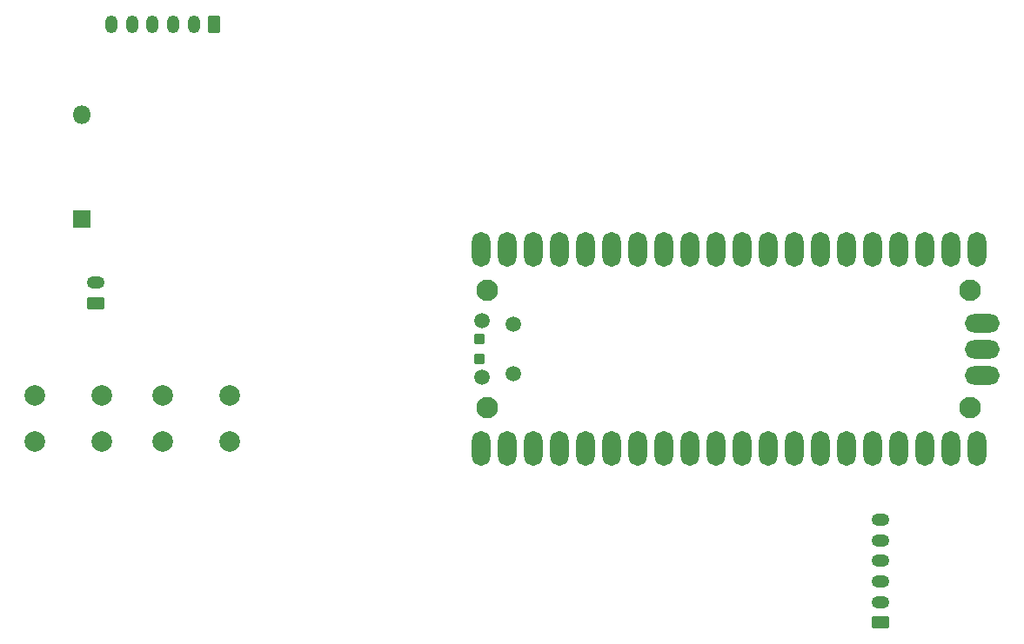
<source format=gts>
G04 #@! TF.GenerationSoftware,KiCad,Pcbnew,7.0.8*
G04 #@! TF.CreationDate,2023-10-08T23:51:26-04:00*
G04 #@! TF.ProjectId,Mainboard-small-buttons,4d61696e-626f-4617-9264-2d736d616c6c,rev?*
G04 #@! TF.SameCoordinates,Original*
G04 #@! TF.FileFunction,Soldermask,Top*
G04 #@! TF.FilePolarity,Negative*
%FSLAX46Y46*%
G04 Gerber Fmt 4.6, Leading zero omitted, Abs format (unit mm)*
G04 Created by KiCad (PCBNEW 7.0.8) date 2023-10-08 23:51:26*
%MOMM*%
%LPD*%
G01*
G04 APERTURE LIST*
G04 Aperture macros list*
%AMRoundRect*
0 Rectangle with rounded corners*
0 $1 Rounding radius*
0 $2 $3 $4 $5 $6 $7 $8 $9 X,Y pos of 4 corners*
0 Add a 4 corners polygon primitive as box body*
4,1,4,$2,$3,$4,$5,$6,$7,$8,$9,$2,$3,0*
0 Add four circle primitives for the rounded corners*
1,1,$1+$1,$2,$3*
1,1,$1+$1,$4,$5*
1,1,$1+$1,$6,$7*
1,1,$1+$1,$8,$9*
0 Add four rect primitives between the rounded corners*
20,1,$1+$1,$2,$3,$4,$5,0*
20,1,$1+$1,$4,$5,$6,$7,0*
20,1,$1+$1,$6,$7,$8,$9,0*
20,1,$1+$1,$8,$9,$2,$3,0*%
G04 Aperture macros list end*
%ADD10C,2.000000*%
%ADD11RoundRect,0.250000X0.350000X0.625000X-0.350000X0.625000X-0.350000X-0.625000X0.350000X-0.625000X0*%
%ADD12O,1.200000X1.750000*%
%ADD13C,2.100000*%
%ADD14C,1.500000*%
%ADD15O,1.803200X3.403200*%
%ADD16O,3.403200X1.803200*%
%ADD17RoundRect,0.101600X-0.400000X0.400000X-0.400000X-0.400000X0.400000X-0.400000X0.400000X0.400000X0*%
%ADD18R,1.800000X1.800000*%
%ADD19O,1.800000X1.800000*%
%ADD20RoundRect,0.250000X0.625000X-0.350000X0.625000X0.350000X-0.625000X0.350000X-0.625000X-0.350000X0*%
%ADD21O,1.750000X1.200000*%
G04 APERTURE END LIST*
D10*
X100353557Y-76156331D03*
X106853557Y-76156331D03*
X100353557Y-80656331D03*
X106853557Y-80656331D03*
D11*
X117830600Y-39979600D03*
D12*
X115830600Y-39979600D03*
X113830600Y-39979600D03*
X111830600Y-39979600D03*
X109830600Y-39979600D03*
X107830600Y-39979600D03*
D10*
X112853557Y-76156331D03*
X119353557Y-76156331D03*
X112853557Y-80656331D03*
X119353557Y-80656331D03*
D13*
X191394000Y-65928000D03*
X144394000Y-65928000D03*
D14*
X143894000Y-68903000D03*
X146924000Y-69203000D03*
X146924000Y-74053000D03*
X143894000Y-74353000D03*
D13*
X191394000Y-77328000D03*
X144394000Y-77328000D03*
D15*
X153924000Y-81318000D03*
X151384000Y-81318000D03*
X156464000Y-81318000D03*
X161544000Y-81318000D03*
X148844000Y-61938000D03*
X161544000Y-61938000D03*
X174244000Y-61938000D03*
X186944000Y-61938000D03*
D16*
X192594000Y-71628000D03*
D15*
X186944000Y-81318000D03*
X174244000Y-81318000D03*
X148844000Y-81318000D03*
X143764000Y-61938000D03*
X146304000Y-61938000D03*
X151384000Y-61938000D03*
X153924000Y-61938000D03*
X156464000Y-61938000D03*
X159004000Y-61938000D03*
X164084000Y-61938000D03*
X166624000Y-61938000D03*
X169164000Y-61938000D03*
X171704000Y-61938000D03*
X176784000Y-61938000D03*
X179324000Y-61938000D03*
X181864000Y-61938000D03*
X184404000Y-61938000D03*
X189484000Y-61938000D03*
X192024000Y-61938000D03*
X192024000Y-81318000D03*
X189484000Y-81318000D03*
X184404000Y-81318000D03*
X181864000Y-81318000D03*
X179324000Y-81318000D03*
X176784000Y-81318000D03*
X171704000Y-81318000D03*
X166624000Y-81318000D03*
X164084000Y-81318000D03*
X159004000Y-81318000D03*
X169164000Y-81318000D03*
D16*
X192594000Y-69088000D03*
X192594000Y-74168000D03*
D17*
X143594000Y-72628000D03*
X143594000Y-70628000D03*
D15*
X143764000Y-81318000D03*
X146304000Y-81318000D03*
D18*
X104902000Y-58928000D03*
D19*
X104902000Y-48768000D03*
D20*
X106273600Y-67157600D03*
D21*
X106273600Y-65157600D03*
D20*
X182626000Y-98266000D03*
D21*
X182626000Y-96266000D03*
X182626000Y-94266000D03*
X182626000Y-92266000D03*
X182626000Y-90266000D03*
X182626000Y-88266000D03*
M02*

</source>
